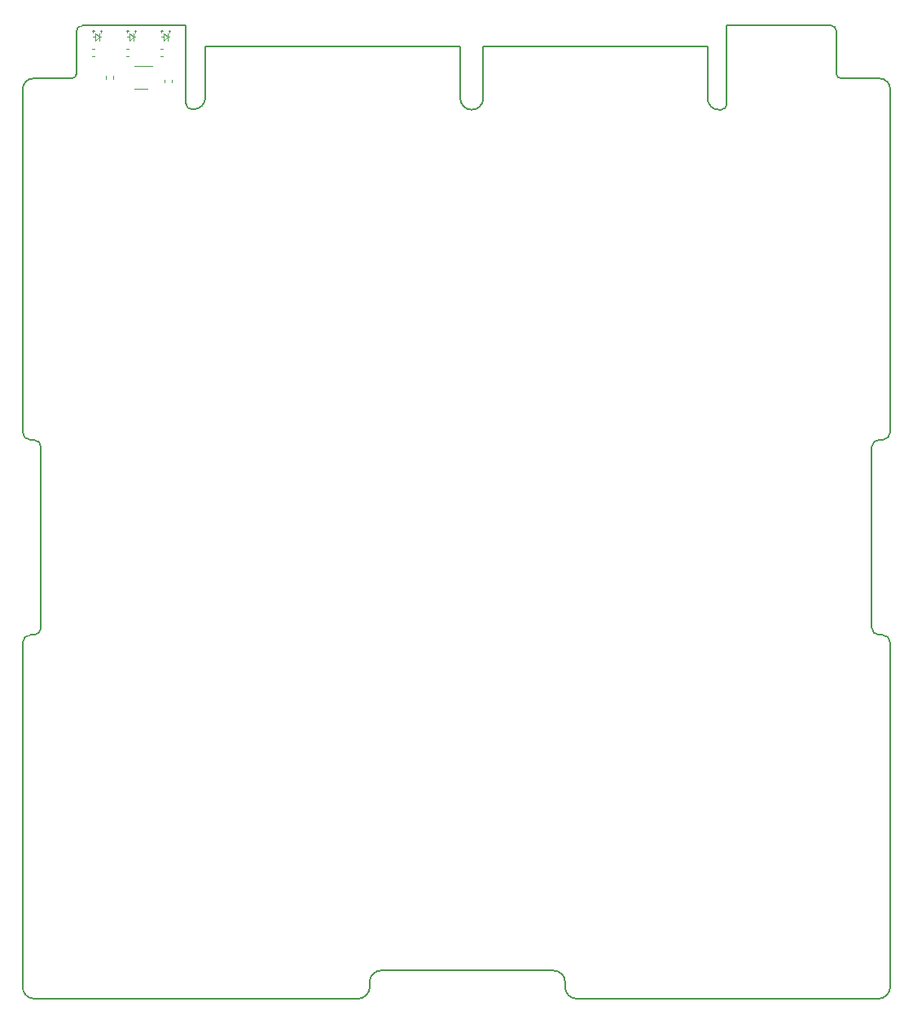
<source format=gbo>
G04 #@! TF.GenerationSoftware,KiCad,Pcbnew,7.0.1*
G04 #@! TF.CreationDate,2023-06-21T18:56:17-04:00*
G04 #@! TF.ProjectId,payload-interface-board,7061796c-6f61-4642-9d69-6e7465726661,B*
G04 #@! TF.SameCoordinates,Original*
G04 #@! TF.FileFunction,Legend,Bot*
G04 #@! TF.FilePolarity,Positive*
%FSLAX46Y46*%
G04 Gerber Fmt 4.6, Leading zero omitted, Abs format (unit mm)*
G04 Created by KiCad (PCBNEW 7.0.1) date 2023-06-21 18:56:17*
%MOMM*%
%LPD*%
G01*
G04 APERTURE LIST*
%ADD10C,0.120000*%
%ADD11C,0.060000*%
G04 #@! TA.AperFunction,Profile*
%ADD12C,0.200000*%
G04 #@! TD*
G04 APERTURE END LIST*
D10*
X49529000Y-69442359D02*
X49529000Y-69749641D01*
X48769000Y-69442359D02*
X48769000Y-69749641D01*
X54763641Y-67436000D02*
X54456359Y-67436000D01*
X54763641Y-66676000D02*
X54456359Y-66676000D01*
X51207641Y-67436000D02*
X50900359Y-67436000D01*
X51207641Y-66676000D02*
X50900359Y-66676000D01*
D11*
X48279000Y-64705000D02*
X48379000Y-64805000D01*
X47479000Y-64705000D02*
X47579000Y-64805000D01*
X48179000Y-64805000D02*
X48279000Y-64705000D01*
X47379000Y-64805000D02*
X47479000Y-64705000D01*
X48279000Y-64905000D02*
X48279000Y-64705000D01*
X47479000Y-64905000D02*
X47479000Y-64705000D01*
D10*
X48079000Y-65005000D02*
X48079000Y-65805000D01*
X47679000Y-65005000D02*
X47679000Y-65805000D01*
X48079000Y-65405000D02*
X47679000Y-65005000D01*
X48079000Y-65405000D02*
X48279000Y-65405000D01*
X47679000Y-65405000D02*
X47479000Y-65405000D01*
X47679000Y-65805000D02*
X48079000Y-65405000D01*
X53151000Y-70756000D02*
X51751000Y-70756000D01*
X51751000Y-68436000D02*
X53651000Y-68436000D01*
X47651641Y-67436000D02*
X47344359Y-67436000D01*
X47651641Y-66676000D02*
X47344359Y-66676000D01*
X55625000Y-69823359D02*
X55625000Y-70130641D01*
X54865000Y-69823359D02*
X54865000Y-70130641D01*
D11*
X51835000Y-64705000D02*
X51935000Y-64805000D01*
X51035000Y-64705000D02*
X51135000Y-64805000D01*
X51735000Y-64805000D02*
X51835000Y-64705000D01*
X50935000Y-64805000D02*
X51035000Y-64705000D01*
X51835000Y-64905000D02*
X51835000Y-64705000D01*
X51035000Y-64905000D02*
X51035000Y-64705000D01*
D10*
X51635000Y-65005000D02*
X51635000Y-65805000D01*
X51235000Y-65005000D02*
X51235000Y-65805000D01*
X51635000Y-65405000D02*
X51235000Y-65005000D01*
X51635000Y-65405000D02*
X51835000Y-65405000D01*
X51235000Y-65405000D02*
X51035000Y-65405000D01*
X51235000Y-65805000D02*
X51635000Y-65405000D01*
D11*
X55391000Y-64705000D02*
X55491000Y-64805000D01*
X54591000Y-64705000D02*
X54691000Y-64805000D01*
X55291000Y-64805000D02*
X55391000Y-64705000D01*
X54491000Y-64805000D02*
X54591000Y-64705000D01*
X55391000Y-64905000D02*
X55391000Y-64705000D01*
X54591000Y-64905000D02*
X54591000Y-64705000D01*
D10*
X55191000Y-65005000D02*
X55191000Y-65805000D01*
X54791000Y-65005000D02*
X54791000Y-65805000D01*
X55191000Y-65405000D02*
X54791000Y-65005000D01*
X55191000Y-65405000D02*
X55391000Y-65405000D01*
X54791000Y-65405000D02*
X54591000Y-65405000D01*
X54791000Y-65805000D02*
X55191000Y-65405000D01*
D12*
X40150002Y-106498198D02*
G75*
G03*
X40912002Y-107260198I761998J-2D01*
G01*
X113333777Y-66287181D02*
X113333777Y-64205481D01*
X42055002Y-126792798D02*
X42055002Y-108022198D01*
X75024202Y-165350002D02*
G75*
G03*
X76218002Y-164156198I-2J1193802D01*
G01*
X51653814Y-64224163D02*
X56353749Y-64224163D01*
X40912002Y-107260198D02*
X41293002Y-107260198D01*
X129177002Y-107260198D02*
X129558002Y-107260198D01*
X129126202Y-165350002D02*
G75*
G03*
X130320002Y-164156198I-2J1193802D01*
G01*
X41250447Y-69707497D02*
X45250447Y-69707497D01*
X57133767Y-72337133D02*
G75*
G03*
X57708839Y-72912133I574933J-67D01*
G01*
X96538002Y-163622798D02*
G75*
G03*
X95344202Y-162428998I-1193802J-2D01*
G01*
X88033820Y-66387153D02*
X111333822Y-66387153D01*
X113333777Y-64205481D02*
X124165094Y-64205481D01*
X45250447Y-69707503D02*
G75*
G03*
X45733603Y-69224341I-47J483203D01*
G01*
X129558002Y-107260202D02*
G75*
G03*
X130320002Y-106498198I-2J762002D01*
G01*
X112533820Y-72962161D02*
X112758813Y-72962161D01*
X111333839Y-71762171D02*
G75*
G03*
X112533819Y-72962161I1199961J-29D01*
G01*
X129177002Y-107260202D02*
G75*
G03*
X128415002Y-108022198I-2J-761998D01*
G01*
X125217127Y-69707497D02*
X129217124Y-69707497D01*
X76218002Y-164156198D02*
X76218002Y-163622798D01*
X40150002Y-106498198D02*
X40150002Y-70807942D01*
X45733603Y-69224341D02*
X45733786Y-64799170D01*
X57933832Y-72912120D02*
G75*
G03*
X59133820Y-71712142I-32J1200020D01*
G01*
X130320000Y-70810375D02*
G75*
G03*
X129217124Y-69707500I-1102900J-25D01*
G01*
X40912002Y-127554802D02*
G75*
G03*
X40150002Y-128316798I-2J-761998D01*
G01*
X40912002Y-127554798D02*
X41293002Y-127554798D01*
X130320002Y-164156198D02*
X130320002Y-128316798D01*
X124733785Y-69224155D02*
X124733785Y-64774172D01*
X128415002Y-126792798D02*
X128415002Y-108022198D01*
X124733803Y-69224155D02*
G75*
G03*
X125217127Y-69707497I483297J-45D01*
G01*
X57133803Y-66237151D02*
X57133803Y-64224170D01*
X40149993Y-164079998D02*
X40150002Y-128316798D01*
X85633830Y-71762154D02*
X85633830Y-66387163D01*
X96538002Y-164156198D02*
G75*
G03*
X97731802Y-165349998I1193798J-2D01*
G01*
X97731802Y-165349998D02*
X129126202Y-165349998D01*
X129177002Y-127554798D02*
X129558002Y-127554798D01*
X59133820Y-66387150D02*
X85633820Y-66387153D01*
X112758813Y-72962113D02*
G75*
G03*
X113333813Y-72387164I87J574913D01*
G01*
X77411802Y-162428998D02*
X95344202Y-162428998D01*
X41293002Y-127554802D02*
G75*
G03*
X42055002Y-126792798I-2J762002D01*
G01*
X128415002Y-126792798D02*
G75*
G03*
X129177002Y-127554798I761998J-2D01*
G01*
X88033810Y-71762154D02*
X88033810Y-66387163D01*
X113333813Y-72387161D02*
X113333813Y-66287163D01*
X57133839Y-72337131D02*
X57133839Y-66237133D01*
X57708839Y-72912131D02*
X57933832Y-72912131D01*
X46308798Y-64224158D02*
X51653807Y-64224158D01*
X41250447Y-69707502D02*
G75*
G03*
X40150002Y-70807942I-47J-1100398D01*
G01*
X77411802Y-162429002D02*
G75*
G03*
X76218002Y-163622798I-2J-1193798D01*
G01*
X46308798Y-64224186D02*
G75*
G03*
X45733786Y-64799170I2J-575014D01*
G01*
X42055002Y-108022198D02*
G75*
G03*
X41293002Y-107260198I-762002J-2D01*
G01*
X41267602Y-165349995D02*
X75024202Y-165349998D01*
X40150003Y-164079998D02*
G75*
G03*
X41267602Y-165349998I1193797J-76202D01*
G01*
X85633790Y-71762154D02*
G75*
G03*
X88033810Y-71762170I1200010J-46D01*
G01*
X56353754Y-64224170D02*
X57133803Y-64224170D01*
X130320002Y-128316798D02*
G75*
G03*
X129558002Y-127554798I-762002J-2D01*
G01*
X59133820Y-71712123D02*
X59133820Y-66387153D01*
X111333832Y-71762154D02*
X111333832Y-66387163D01*
X96538002Y-164156198D02*
X96538002Y-163622798D01*
X124733719Y-64774172D02*
G75*
G03*
X124165094Y-64205481I-568619J72D01*
G01*
X130320002Y-106498198D02*
X130320002Y-70810375D01*
M02*

</source>
